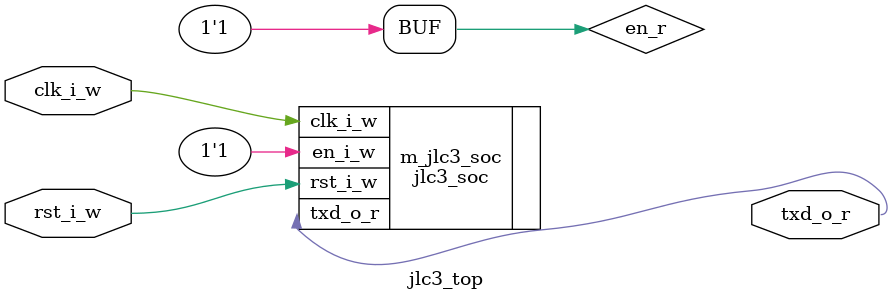
<source format=v>
module jlc3_top(
     input wire rst_i_w
    ,input wire clk_i_w
    ,output wire txd_o_r
);

    reg en_r = 1;

    // reg rst_r = 1;
    // reg[7:0]   rst_cnt;

    // always@(posedge clk_i_w) begin
    //     rst_cnt = rst_cnt + 1;
    // end
    // always@(posedge clk_i_w) begin
    //     if(rst_cnt > 100) begin
    //         rst_r = 0;
    //     end else if(rst_cnt > 200) begin
    //         rst_r = 1;
    //     end else begin
    //         rst_r = 0;
    //     end
    // end

    jlc3_soc m_jlc3_soc(
        .rst_i_w(rst_i_w)
        ,.clk_i_w(clk_i_w)
        ,.en_i_w(en_r)
        ,.txd_o_r(txd_o_r)
    );
    // initial
    // begin
    //     $dumpfile("jlc3_tb_vcs.vcd");        //生成的vcd文件名称
    //     $dumpvars(0, jlc3_tb);    //tb模块名称
    // end

//   initial
//      $monitor("At time %t, value = %h (%0d)",$time, value, value);
endmodule // test
</source>
